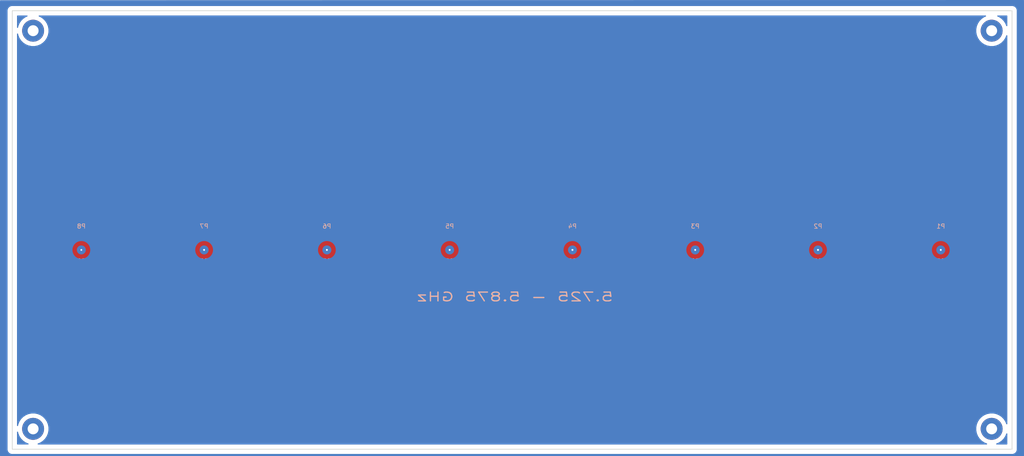
<source format=kicad_pcb>
(kicad_pcb (version 20171130) (host pcbnew 5.1.0)

  (general
    (thickness 1.6)
    (drawings 118)
    (tracks 15)
    (zones 0)
    (modules 4)
    (nets 1)
  )

  (page A4)
  (layers
    (0 F.Cu signal)
    (31 B.Cu signal)
    (32 B.Adhes user)
    (33 F.Adhes user)
    (34 B.Paste user)
    (35 F.Paste user)
    (36 B.SilkS user)
    (37 F.SilkS user)
    (38 B.Mask user)
    (39 F.Mask user)
    (40 Dwgs.User user)
    (41 Cmts.User user)
    (42 Eco1.User user)
    (43 Eco2.User user)
    (44 Edge.Cuts user)
    (45 Margin user)
    (46 B.CrtYd user)
    (47 F.CrtYd user)
  )

  (setup
    (last_trace_width 0.25)
    (trace_clearance 0.2)
    (zone_clearance 0.508)
    (zone_45_only no)
    (trace_min 0.2)
    (via_size 0.8)
    (via_drill 0.4)
    (via_min_size 0.4)
    (via_min_drill 0.3)
    (uvia_size 0.3)
    (uvia_drill 0.1)
    (uvias_allowed no)
    (uvia_min_size 0.2)
    (uvia_min_drill 0.1)
    (edge_width 0.05)
    (segment_width 0.2)
    (pcb_text_width 0.3)
    (pcb_text_size 1.5 1.5)
    (mod_edge_width 0.12)
    (mod_text_size 1 1)
    (mod_text_width 0.15)
    (pad_size 1.524 1.524)
    (pad_drill 0.762)
    (pad_to_mask_clearance 1)
    (solder_mask_min_width 0.25)
    (aux_axis_origin 0 0)
    (grid_origin 53.55 111.95)
    (visible_elements FFFFFF7F)
    (pcbplotparams
      (layerselection 0x010fc_ffffffff)
      (usegerberextensions false)
      (usegerberattributes false)
      (usegerberadvancedattributes false)
      (creategerberjobfile false)
      (excludeedgelayer true)
      (linewidth 0.100000)
      (plotframeref false)
      (viasonmask false)
      (mode 1)
      (useauxorigin false)
      (hpglpennumber 1)
      (hpglpenspeed 20)
      (hpglpendiameter 15.000000)
      (psnegative false)
      (psa4output false)
      (plotreference true)
      (plotvalue true)
      (plotinvisibletext false)
      (padsonsilk false)
      (subtractmaskfromsilk false)
      (outputformat 1)
      (mirror false)
      (drillshape 1)
      (scaleselection 1)
      (outputdirectory ""))
  )

  (net 0 "")

  (net_class Default "This is the default net class."
    (clearance 0.2)
    (trace_width 0.25)
    (via_dia 0.8)
    (via_drill 0.4)
    (uvia_dia 0.3)
    (uvia_drill 0.1)
  )

  (module MountingHole:MountingHole_2.5mm_Pad (layer F.Cu) (tedit 56D1B4CB) (tstamp 5CA5F684)
    (at 261.15 152.75)
    (descr "Mounting Hole 2.5mm")
    (tags "mounting hole 2.5mm")
    (attr virtual)
    (fp_text reference REF** (at 0 -3.5) (layer F.SilkS) hide
      (effects (font (size 1 1) (thickness 0.15)))
    )
    (fp_text value MountingHole_2.5mm_Pad (at 0 3.5) (layer F.Fab)
      (effects (font (size 1 1) (thickness 0.15)))
    )
    (fp_circle (center 0 0) (end 2.75 0) (layer F.CrtYd) (width 0.05))
    (fp_circle (center 0 0) (end 2.5 0) (layer Cmts.User) (width 0.15))
    (fp_text user %R (at 0.3 0) (layer F.Fab)
      (effects (font (size 1 1) (thickness 0.15)))
    )
    (pad 1 thru_hole circle (at 0 0) (size 5 5) (drill 2.5) (layers *.Cu *.Mask))
  )

  (module MountingHole:MountingHole_2.5mm_Pad (layer F.Cu) (tedit 56D1B4CB) (tstamp 5CA5F676)
    (at 261.15 61.95)
    (descr "Mounting Hole 2.5mm")
    (tags "mounting hole 2.5mm")
    (attr virtual)
    (fp_text reference REF** (at 0 -3.5) (layer F.SilkS) hide
      (effects (font (size 1 1) (thickness 0.15)))
    )
    (fp_text value MountingHole_2.5mm_Pad (at 0 3.5) (layer F.Fab)
      (effects (font (size 1 1) (thickness 0.15)))
    )
    (fp_text user %R (at 0.3 0) (layer F.Fab)
      (effects (font (size 1 1) (thickness 0.15)))
    )
    (fp_circle (center 0 0) (end 2.5 0) (layer Cmts.User) (width 0.15))
    (fp_circle (center 0 0) (end 2.75 0) (layer F.CrtYd) (width 0.05))
    (pad 1 thru_hole circle (at 0 0) (size 5 5) (drill 2.5) (layers *.Cu *.Mask))
  )

  (module MountingHole:MountingHole_2.5mm_Pad (layer F.Cu) (tedit 56D1B4CB) (tstamp 5CA5F658)
    (at 42.55 152.75)
    (descr "Mounting Hole 2.5mm")
    (tags "mounting hole 2.5mm")
    (attr virtual)
    (fp_text reference REF** (at 0 -3.5) (layer F.SilkS) hide
      (effects (font (size 1 1) (thickness 0.15)))
    )
    (fp_text value MountingHole_2.5mm_Pad (at 0 3.5) (layer F.Fab)
      (effects (font (size 1 1) (thickness 0.15)))
    )
    (fp_text user %R (at 0.3 0) (layer F.Fab)
      (effects (font (size 1 1) (thickness 0.15)))
    )
    (fp_circle (center 0 0) (end 2.5 0) (layer Cmts.User) (width 0.15))
    (fp_circle (center 0 0) (end 2.75 0) (layer F.CrtYd) (width 0.05))
    (pad 1 thru_hole circle (at 0 0) (size 5 5) (drill 2.5) (layers *.Cu *.Mask))
  )

  (module MountingHole:MountingHole_2.5mm_Pad (layer F.Cu) (tedit 56D1B4CB) (tstamp 5CA5F64F)
    (at 42.55 61.95)
    (descr "Mounting Hole 2.5mm")
    (tags "mounting hole 2.5mm")
    (attr virtual)
    (fp_text reference REF** (at 0 -3.5) (layer F.SilkS) hide
      (effects (font (size 1 1) (thickness 0.15)))
    )
    (fp_text value MountingHole_2.5mm_Pad (at 0 3.5) (layer F.Fab)
      (effects (font (size 1 1) (thickness 0.15)))
    )
    (fp_circle (center 0 0) (end 2.75 0) (layer F.CrtYd) (width 0.05))
    (fp_circle (center 0 0) (end 2.5 0) (layer Cmts.User) (width 0.15))
    (fp_text user %R (at 0.3 0) (layer F.Fab)
      (effects (font (size 1 1) (thickness 0.15)))
    )
    (pad 1 thru_hole circle (at 0 0) (size 5 5) (drill 2.5) (layers *.Cu *.Mask))
  )

  (gr_text P8 (at 53.55 106.55) (layer B.SilkS) (tstamp 5CA5F70D)
    (effects (font (size 1 1) (thickness 0.15)) (justify mirror))
  )
  (gr_text P7 (at 81.55 106.55) (layer B.SilkS) (tstamp 5CA5F70A)
    (effects (font (size 1 1) (thickness 0.15)) (justify mirror))
  )
  (gr_text P6 (at 109.55 106.55) (layer B.SilkS) (tstamp 5CA5F707)
    (effects (font (size 1 1) (thickness 0.15)) (justify mirror))
  )
  (gr_text P5 (at 137.55 106.55) (layer B.SilkS) (tstamp 5CA5F704)
    (effects (font (size 1 1) (thickness 0.15)) (justify mirror))
  )
  (gr_text P4 (at 165.55 106.55) (layer B.SilkS) (tstamp 5CA5F6FF)
    (effects (font (size 1 1) (thickness 0.15)) (justify mirror))
  )
  (gr_text P3 (at 193.55 106.55) (layer B.SilkS) (tstamp 5CA5F6F7)
    (effects (font (size 1 1) (thickness 0.15)) (justify mirror))
  )
  (gr_text P2 (at 221.55 106.55) (layer B.SilkS) (tstamp 5CA5F6F1)
    (effects (font (size 1 1) (thickness 0.15)) (justify mirror))
  )
  (gr_text P1 (at 249.55 106.55) (layer B.SilkS)
    (effects (font (size 1 1) (thickness 0.15)) (justify mirror))
  )
  (gr_text "5.725 - 5.875 GHz" (at 152.45 122.65) (layer B.SilkS)
    (effects (font (size 2 3) (thickness 0.3)) (justify mirror))
  )
  (gr_line (start 265.8 157.4) (end 265.8 57.4) (layer Edge.Cuts) (width 0.15) (tstamp 5CA5A390))
  (gr_poly (pts (xy 237.041 114.78478) (xy 236.541 114.78478) (xy 236.541 100.08478) (xy 237.041 100.08478)) (layer F.Cu) (width 0) (tstamp 5CA5A08B))
  (gr_line (start 221.55 111.95) (end 221.55 111.95) (layer B.Mask) (width 2.45) (tstamp 5CA5A087))
  (gr_poly (pts (xy 234.641 114.78478) (xy 234.141 114.78478) (xy 234.141 100.08478) (xy 234.641 100.08478)) (layer F.Cu) (width 0) (tstamp 5CA5A082))
  (gr_poly (pts (xy 245.55 109.85) (xy 253.55 109.85) (xy 253.55 107.85) (xy 245.55 107.85)) (layer B.Mask) (width 0.1) (tstamp 5CA5A081))
  (gr_poly (pts (xy 207.741 114.78478) (xy 207.441 114.78478) (xy 207.441 114.28478) (xy 207.741 114.28478)) (layer F.Cu) (width 0) (tstamp 5CA5A07F))
  (gr_poly (pts (xy 208.541 100.58478) (xy 208.241 100.58478) (xy 208.241 100.08478) (xy 208.541 100.08478)) (layer F.Cu) (width 0) (tstamp 5CA5A07E))
  (gr_poly (pts (xy 245.55 116.05) (xy 253.55 116.05) (xy 253.55 114.05) (xy 245.55 114.05)) (layer B.Mask) (width 0.1) (tstamp 5CA5A07D))
  (gr_poly (pts (xy 236.541 100.58478) (xy 236.241 100.58478) (xy 236.241 100.08478) (xy 236.541 100.08478)) (layer F.Cu) (width 0) (tstamp 5CA5A078))
  (gr_poly (pts (xy 206.641 114.78478) (xy 206.141 114.78478) (xy 206.141 100.08478) (xy 206.641 100.08478)) (layer F.Cu) (width 0) (tstamp 5CA5A077))
  (gr_line (start 221.541 111.93478) (end 221.541 111.93478) (layer B.Mask) (width 1.1) (tstamp 5CA5A076))
  (gr_line (start 249.541 111.93478) (end 249.541 111.93478) (layer B.Mask) (width 1.1) (tstamp 5CA5A075))
  (gr_poly (pts (xy 217.55 109.85) (xy 225.55 109.85) (xy 225.55 107.85) (xy 217.55 107.85)) (layer B.Mask) (width 0.1) (tstamp 5CA5A073))
  (gr_poly (pts (xy 245.45 107.85) (xy 245.45 116.05) (xy 247.45 116.05) (xy 247.45 107.85)) (layer B.Mask) (width 0.1) (tstamp 5CA5A06E))
  (gr_poly (pts (xy 217.55 116.05) (xy 225.55 116.05) (xy 225.55 114.05) (xy 217.55 114.05)) (layer B.Mask) (width 0.1) (tstamp 5CA5A06C))
  (gr_line (start 249.55 111.95) (end 249.55 111.95) (layer B.Mask) (width 2.45) (tstamp 5CA5A06B))
  (gr_poly (pts (xy 206.941 100.58478) (xy 206.641 100.58478) (xy 206.641 100.08478) (xy 206.941 100.08478)) (layer F.Cu) (width 0) (tstamp 5CA5A067))
  (gr_poly (pts (xy 209.041 114.78478) (xy 208.541 114.78478) (xy 208.541 100.08478) (xy 209.041 100.08478)) (layer F.Cu) (width 0) (tstamp 5CA5A065))
  (gr_poly (pts (xy 235.741 114.78478) (xy 235.441 114.78478) (xy 235.441 114.28478) (xy 235.741 114.28478)) (layer F.Cu) (width 0) (tstamp 5CA5A063))
  (gr_poly (pts (xy 208.241 114.78478) (xy 207.741 114.78478) (xy 207.741 100.08478) (xy 208.241 100.08478)) (layer F.Cu) (width 0) (tstamp 5CA5A062))
  (gr_poly (pts (xy 251.65 107.85) (xy 251.7 116.05) (xy 253.7 116.05) (xy 253.65 107.85)) (layer B.Mask) (width 0.1) (tstamp 5CA5A05E))
  (gr_poly (pts (xy 235.441 114.78478) (xy 234.941 114.78478) (xy 234.941 100.08478) (xy 235.441 100.08478)) (layer F.Cu) (width 0) (tstamp 5CA5A05C))
  (gr_poly (pts (xy 223.65 107.85) (xy 223.7 116.05) (xy 225.7 116.05) (xy 225.65 107.85)) (layer B.Mask) (width 0.1) (tstamp 5CA5A05B))
  (gr_poly (pts (xy 207.441 114.78478) (xy 206.941 114.78478) (xy 206.941 100.08478) (xy 207.441 100.08478)) (layer F.Cu) (width 0) (tstamp 5CA5A05A))
  (gr_poly (pts (xy 217.45 107.85) (xy 217.45 116.05) (xy 219.45 116.05) (xy 219.45 107.85)) (layer B.Mask) (width 0.1) (tstamp 5CA5A053))
  (gr_poly (pts (xy 249.80913 80.98478) (xy 256.541 80.98478) (xy 256.541 93.88478) (xy 249.80913 93.88478) (xy 249.80913 100.98478) (xy 257.541 100.98478) (xy 257.541 113.88478) (xy 249.80913 113.88478) (xy 249.80913 120.98478) (xy 256.541 120.98478) (xy 256.541 133.88478) (xy 249.80913 133.88478) (xy 249.80913 140.98478) (xy 255.541 140.98478) (xy 255.541 153.88478) (xy 243.541 153.88478) (xy 243.541 140.98478) (xy 249.27288 140.98478) (xy 249.27288 133.88478) (xy 242.541 133.88478) (xy 242.541 120.98478) (xy 249.27288 120.98478) (xy 249.27288 113.88478) (xy 241.541 113.88478) (xy 241.541 100.98478) (xy 249.27288 100.98478) (xy 249.27288 93.88478) (xy 242.541 93.88478) (xy 242.541 80.98478) (xy 249.27288 80.98478) (xy 249.27288 73.88478) (xy 243.541 73.88478) (xy 243.541 60.98478) (xy 255.541 60.98478) (xy 255.541 73.88478) (xy 249.80913 73.88478)) (layer F.Cu) (width 0) (tstamp 5CA5A052))
  (gr_poly (pts (xy 236.241 114.78478) (xy 235.741 114.78478) (xy 235.741 100.08478) (xy 236.241 100.08478)) (layer F.Cu) (width 0) (tstamp 5CA5A04B))
  (gr_poly (pts (xy 221.80913 80.98478) (xy 228.541 80.98478) (xy 228.541 93.88478) (xy 221.80913 93.88478) (xy 221.80913 100.98478) (xy 229.541 100.98478) (xy 229.541 113.88478) (xy 221.80913 113.88478) (xy 221.80913 120.98478) (xy 228.541 120.98478) (xy 228.541 133.88478) (xy 221.80913 133.88478) (xy 221.80913 140.98478) (xy 227.541 140.98478) (xy 227.541 153.88478) (xy 215.541 153.88478) (xy 215.541 140.98478) (xy 221.27288 140.98478) (xy 221.27288 133.88478) (xy 214.541 133.88478) (xy 214.541 120.98478) (xy 221.27288 120.98478) (xy 221.27288 113.88478) (xy 213.541 113.88478) (xy 213.541 100.98478) (xy 221.27288 100.98478) (xy 221.27288 93.88478) (xy 214.541 93.88478) (xy 214.541 80.98478) (xy 221.27288 80.98478) (xy 221.27288 73.88478) (xy 215.541 73.88478) (xy 215.541 60.98478) (xy 227.541 60.98478) (xy 227.541 73.88478) (xy 221.80913 73.88478)) (layer F.Cu) (width 0) (tstamp 5CA5A049))
  (gr_poly (pts (xy 234.941 100.58478) (xy 234.641 100.58478) (xy 234.641 100.08478) (xy 234.941 100.08478)) (layer F.Cu) (width 0) (tstamp 5CA5A047))
  (gr_line (start 193.55 111.95) (end 193.55 111.95) (layer B.Mask) (width 2.45) (tstamp 5CA59FFB))
  (gr_poly (pts (xy 179.741 114.78478) (xy 179.441 114.78478) (xy 179.441 114.28478) (xy 179.741 114.28478)) (layer F.Cu) (width 0) (tstamp 5CA59FF9))
  (gr_poly (pts (xy 180.541 100.58478) (xy 180.241 100.58478) (xy 180.241 100.08478) (xy 180.541 100.08478)) (layer F.Cu) (width 0) (tstamp 5CA59FF8))
  (gr_poly (pts (xy 178.641 114.78478) (xy 178.141 114.78478) (xy 178.141 100.08478) (xy 178.641 100.08478)) (layer F.Cu) (width 0) (tstamp 5CA59FF7))
  (gr_line (start 193.541 111.93478) (end 193.541 111.93478) (layer B.Mask) (width 1.1) (tstamp 5CA59FF6))
  (gr_poly (pts (xy 189.55 109.85) (xy 197.55 109.85) (xy 197.55 107.85) (xy 189.55 107.85)) (layer B.Mask) (width 0.1) (tstamp 5CA59FF4))
  (gr_poly (pts (xy 189.55 116.05) (xy 197.55 116.05) (xy 197.55 114.05) (xy 189.55 114.05)) (layer B.Mask) (width 0.1) (tstamp 5CA59FEF))
  (gr_poly (pts (xy 178.941 100.58478) (xy 178.641 100.58478) (xy 178.641 100.08478) (xy 178.941 100.08478)) (layer F.Cu) (width 0) (tstamp 5CA59FEC))
  (gr_poly (pts (xy 181.041 114.78478) (xy 180.541 114.78478) (xy 180.541 100.08478) (xy 181.041 100.08478)) (layer F.Cu) (width 0) (tstamp 5CA59FEB))
  (gr_poly (pts (xy 180.241 114.78478) (xy 179.741 114.78478) (xy 179.741 100.08478) (xy 180.241 100.08478)) (layer F.Cu) (width 0) (tstamp 5CA59FEA))
  (gr_poly (pts (xy 195.65 107.85) (xy 195.7 116.05) (xy 197.7 116.05) (xy 197.65 107.85)) (layer B.Mask) (width 0.1) (tstamp 5CA59FE6))
  (gr_poly (pts (xy 179.441 114.78478) (xy 178.941 114.78478) (xy 178.941 100.08478) (xy 179.441 100.08478)) (layer F.Cu) (width 0) (tstamp 5CA59FE5))
  (gr_poly (pts (xy 189.45 107.85) (xy 189.45 116.05) (xy 191.45 116.05) (xy 191.45 107.85)) (layer B.Mask) (width 0.1) (tstamp 5CA59FE1))
  (gr_poly (pts (xy 193.80913 80.98478) (xy 200.541 80.98478) (xy 200.541 93.88478) (xy 193.80913 93.88478) (xy 193.80913 100.98478) (xy 201.541 100.98478) (xy 201.541 113.88478) (xy 193.80913 113.88478) (xy 193.80913 120.98478) (xy 200.541 120.98478) (xy 200.541 133.88478) (xy 193.80913 133.88478) (xy 193.80913 140.98478) (xy 199.541 140.98478) (xy 199.541 153.88478) (xy 187.541 153.88478) (xy 187.541 140.98478) (xy 193.27288 140.98478) (xy 193.27288 133.88478) (xy 186.541 133.88478) (xy 186.541 120.98478) (xy 193.27288 120.98478) (xy 193.27288 113.88478) (xy 185.541 113.88478) (xy 185.541 100.98478) (xy 193.27288 100.98478) (xy 193.27288 93.88478) (xy 186.541 93.88478) (xy 186.541 80.98478) (xy 193.27288 80.98478) (xy 193.27288 73.88478) (xy 187.541 73.88478) (xy 187.541 60.98478) (xy 199.541 60.98478) (xy 199.541 73.88478) (xy 193.80913 73.88478)) (layer F.Cu) (width 0) (tstamp 5CA59FDA))
  (gr_poly (pts (xy 150.641 114.78478) (xy 150.141 114.78478) (xy 150.141 100.08478) (xy 150.641 100.08478)) (layer F.Cu) (width 0) (tstamp 5CA59F8E))
  (gr_poly (pts (xy 153.041 114.78478) (xy 152.541 114.78478) (xy 152.541 100.08478) (xy 153.041 100.08478)) (layer F.Cu) (width 0) (tstamp 5CA59F8D))
  (gr_poly (pts (xy 161.55 109.85) (xy 169.55 109.85) (xy 169.55 107.85) (xy 161.55 107.85)) (layer B.Mask) (width 0.1) (tstamp 5CA59F8C))
  (gr_poly (pts (xy 161.45 107.85) (xy 161.45 116.05) (xy 163.45 116.05) (xy 163.45 107.85)) (layer B.Mask) (width 0.1) (tstamp 5CA59F80))
  (gr_poly (pts (xy 165.80913 80.98478) (xy 172.541 80.98478) (xy 172.541 93.88478) (xy 165.80913 93.88478) (xy 165.80913 100.98478) (xy 173.541 100.98478) (xy 173.541 113.88478) (xy 165.80913 113.88478) (xy 165.80913 120.98478) (xy 172.541 120.98478) (xy 172.541 133.88478) (xy 165.80913 133.88478) (xy 165.80913 140.98478) (xy 171.541 140.98478) (xy 171.541 153.88478) (xy 159.541 153.88478) (xy 159.541 140.98478) (xy 165.27288 140.98478) (xy 165.27288 133.88478) (xy 158.541 133.88478) (xy 158.541 120.98478) (xy 165.27288 120.98478) (xy 165.27288 113.88478) (xy 157.541 113.88478) (xy 157.541 100.98478) (xy 165.27288 100.98478) (xy 165.27288 93.88478) (xy 158.541 93.88478) (xy 158.541 80.98478) (xy 165.27288 80.98478) (xy 165.27288 73.88478) (xy 159.541 73.88478) (xy 159.541 60.98478) (xy 171.541 60.98478) (xy 171.541 73.88478) (xy 165.80913 73.88478)) (layer F.Cu) (width 0) (tstamp 5CA59F7F))
  (gr_poly (pts (xy 151.441 114.78478) (xy 150.941 114.78478) (xy 150.941 100.08478) (xy 151.441 100.08478)) (layer F.Cu) (width 0) (tstamp 5CA59F7E))
  (gr_line (start 165.55 111.95) (end 165.55 111.95) (layer B.Mask) (width 2.45) (tstamp 5CA59F79))
  (gr_poly (pts (xy 167.65 107.85) (xy 167.7 116.05) (xy 169.7 116.05) (xy 169.65 107.85)) (layer B.Mask) (width 0.1) (tstamp 5CA59F76))
  (gr_poly (pts (xy 152.241 114.78478) (xy 151.741 114.78478) (xy 151.741 100.08478) (xy 152.241 100.08478)) (layer F.Cu) (width 0) (tstamp 5CA59F75))
  (gr_poly (pts (xy 161.55 116.05) (xy 169.55 116.05) (xy 169.55 114.05) (xy 161.55 114.05)) (layer B.Mask) (width 0.1) (tstamp 5CA59F74))
  (gr_poly (pts (xy 150.941 100.58478) (xy 150.641 100.58478) (xy 150.641 100.08478) (xy 150.941 100.08478)) (layer F.Cu) (width 0) (tstamp 5CA59F70))
  (gr_poly (pts (xy 152.541 100.58478) (xy 152.241 100.58478) (xy 152.241 100.08478) (xy 152.541 100.08478)) (layer F.Cu) (width 0) (tstamp 5CA59F6F))
  (gr_poly (pts (xy 151.741 114.78478) (xy 151.441 114.78478) (xy 151.441 114.28478) (xy 151.741 114.28478)) (layer F.Cu) (width 0) (tstamp 5CA59F6E))
  (gr_line (start 165.541 111.93478) (end 165.541 111.93478) (layer B.Mask) (width 1.1) (tstamp 5CA59F6D))
  (gr_poly (pts (xy 125.041 114.78478) (xy 124.541 114.78478) (xy 124.541 100.08478) (xy 125.041 100.08478)) (layer F.Cu) (width 0) (tstamp 5CA59F21))
  (gr_poly (pts (xy 133.55 109.85) (xy 141.55 109.85) (xy 141.55 107.85) (xy 133.55 107.85)) (layer B.Mask) (width 0.1) (tstamp 5CA59F1B))
  (gr_poly (pts (xy 124.541 100.58478) (xy 124.241 100.58478) (xy 124.241 100.08478) (xy 124.541 100.08478)) (layer F.Cu) (width 0) (tstamp 5CA59F1A))
  (gr_poly (pts (xy 139.65 107.85) (xy 139.7 116.05) (xy 141.7 116.05) (xy 141.65 107.85)) (layer B.Mask) (width 0.1) (tstamp 5CA59F17))
  (gr_line (start 137.55 111.95) (end 137.55 111.95) (layer B.Mask) (width 2.45) (tstamp 5CA59F11))
  (gr_poly (pts (xy 133.55 116.05) (xy 141.55 116.05) (xy 141.55 114.05) (xy 133.55 114.05)) (layer B.Mask) (width 0.1) (tstamp 5CA59F10))
  (gr_poly (pts (xy 123.741 114.78478) (xy 123.441 114.78478) (xy 123.441 114.28478) (xy 123.741 114.28478)) (layer F.Cu) (width 0) (tstamp 5CA59F0D))
  (gr_poly (pts (xy 133.45 107.85) (xy 133.45 116.05) (xy 135.45 116.05) (xy 135.45 107.85)) (layer B.Mask) (width 0.1) (tstamp 5CA59F0A))
  (gr_poly (pts (xy 124.241 114.78478) (xy 123.741 114.78478) (xy 123.741 100.08478) (xy 124.241 100.08478)) (layer F.Cu) (width 0) (tstamp 5CA59F08))
  (gr_poly (pts (xy 137.80913 80.98478) (xy 144.541 80.98478) (xy 144.541 93.88478) (xy 137.80913 93.88478) (xy 137.80913 100.98478) (xy 145.541 100.98478) (xy 145.541 113.88478) (xy 137.80913 113.88478) (xy 137.80913 120.98478) (xy 144.541 120.98478) (xy 144.541 133.88478) (xy 137.80913 133.88478) (xy 137.80913 140.98478) (xy 143.541 140.98478) (xy 143.541 153.88478) (xy 131.541 153.88478) (xy 131.541 140.98478) (xy 137.27288 140.98478) (xy 137.27288 133.88478) (xy 130.541 133.88478) (xy 130.541 120.98478) (xy 137.27288 120.98478) (xy 137.27288 113.88478) (xy 129.541 113.88478) (xy 129.541 100.98478) (xy 137.27288 100.98478) (xy 137.27288 93.88478) (xy 130.541 93.88478) (xy 130.541 80.98478) (xy 137.27288 80.98478) (xy 137.27288 73.88478) (xy 131.541 73.88478) (xy 131.541 60.98478) (xy 143.541 60.98478) (xy 143.541 73.88478) (xy 137.80913 73.88478)) (layer F.Cu) (width 0) (tstamp 5CA59F05))
  (gr_poly (pts (xy 122.641 114.78478) (xy 122.141 114.78478) (xy 122.141 100.08478) (xy 122.641 100.08478)) (layer F.Cu) (width 0) (tstamp 5CA59F04))
  (gr_poly (pts (xy 123.441 114.78478) (xy 122.941 114.78478) (xy 122.941 100.08478) (xy 123.441 100.08478)) (layer F.Cu) (width 0) (tstamp 5CA59F03))
  (gr_line (start 137.541 111.93478) (end 137.541 111.93478) (layer B.Mask) (width 1.1) (tstamp 5CA59F00))
  (gr_poly (pts (xy 122.941 100.58478) (xy 122.641 100.58478) (xy 122.641 100.08478) (xy 122.941 100.08478)) (layer F.Cu) (width 0) (tstamp 5CA59EFF))
  (gr_line (start 109.541 111.93478) (end 109.541 111.93478) (layer B.Mask) (width 1.1) (tstamp 5CA59CD2))
  (gr_poly (pts (xy 94.641 114.78478) (xy 94.141 114.78478) (xy 94.141 100.08478) (xy 94.641 100.08478)) (layer F.Cu) (width 0) (tstamp 5CA59CC4))
  (gr_poly (pts (xy 95.441 114.78478) (xy 94.941 114.78478) (xy 94.941 100.08478) (xy 95.441 100.08478)) (layer F.Cu) (width 0) (tstamp 5CA59CC3))
  (gr_line (start 109.55 111.95) (end 109.55 111.95) (layer B.Mask) (width 2.45) (tstamp 5CA59CB8))
  (gr_poly (pts (xy 109.80913 80.98478) (xy 116.541 80.98478) (xy 116.541 93.88478) (xy 109.80913 93.88478) (xy 109.80913 100.98478) (xy 117.541 100.98478) (xy 117.541 113.88478) (xy 109.80913 113.88478) (xy 109.80913 120.98478) (xy 116.541 120.98478) (xy 116.541 133.88478) (xy 109.80913 133.88478) (xy 109.80913 140.98478) (xy 115.541 140.98478) (xy 115.541 153.88478) (xy 103.541 153.88478) (xy 103.541 140.98478) (xy 109.27288 140.98478) (xy 109.27288 133.88478) (xy 102.541 133.88478) (xy 102.541 120.98478) (xy 109.27288 120.98478) (xy 109.27288 113.88478) (xy 101.541 113.88478) (xy 101.541 100.98478) (xy 109.27288 100.98478) (xy 109.27288 93.88478) (xy 102.541 93.88478) (xy 102.541 80.98478) (xy 109.27288 80.98478) (xy 109.27288 73.88478) (xy 103.541 73.88478) (xy 103.541 60.98478) (xy 115.541 60.98478) (xy 115.541 73.88478) (xy 109.80913 73.88478)) (layer F.Cu) (width 0) (tstamp 5CA59CA1))
  (gr_poly (pts (xy 96.241 114.78478) (xy 95.741 114.78478) (xy 95.741 100.08478) (xy 96.241 100.08478)) (layer F.Cu) (width 0) (tstamp 5CA59C9B))
  (gr_poly (pts (xy 97.041 114.78478) (xy 96.541 114.78478) (xy 96.541 100.08478) (xy 97.041 100.08478)) (layer F.Cu) (width 0) (tstamp 5CA59C9A))
  (gr_poly (pts (xy 105.55 109.85) (xy 113.55 109.85) (xy 113.55 107.85) (xy 105.55 107.85)) (layer B.Mask) (width 0.1) (tstamp 5CA59C85))
  (gr_poly (pts (xy 95.741 114.78478) (xy 95.441 114.78478) (xy 95.441 114.28478) (xy 95.741 114.28478)) (layer F.Cu) (width 0) (tstamp 5CA59C78))
  (gr_poly (pts (xy 105.55 116.05) (xy 113.55 116.05) (xy 113.55 114.05) (xy 105.55 114.05)) (layer B.Mask) (width 0.1) (tstamp 5CA59C54))
  (gr_poly (pts (xy 94.941 100.58478) (xy 94.641 100.58478) (xy 94.641 100.08478) (xy 94.941 100.08478)) (layer F.Cu) (width 0) (tstamp 5CA59C1D))
  (gr_poly (pts (xy 96.541 100.58478) (xy 96.241 100.58478) (xy 96.241 100.08478) (xy 96.541 100.08478)) (layer F.Cu) (width 0) (tstamp 5CA59C1C))
  (gr_poly (pts (xy 105.45 107.85) (xy 105.45 116.05) (xy 107.45 116.05) (xy 107.45 107.85)) (layer B.Mask) (width 0.1) (tstamp 5CA59C13))
  (gr_poly (pts (xy 111.65 107.85) (xy 111.7 116.05) (xy 113.7 116.05) (xy 113.65 107.85)) (layer B.Mask) (width 0.1) (tstamp 5CA59C01))
  (gr_poly (pts (xy 77.55 116.05) (xy 85.55 116.05) (xy 85.55 114.05) (xy 77.55 114.05)) (layer B.Mask) (width 0.1) (tstamp 5CA59354))
  (gr_poly (pts (xy 83.65 107.85) (xy 83.7 116.05) (xy 85.7 116.05) (xy 85.65 107.85)) (layer B.Mask) (width 0.1) (tstamp 5CA59353))
  (gr_poly (pts (xy 77.55 109.85) (xy 85.55 109.85) (xy 85.55 107.85) (xy 77.55 107.85)) (layer B.Mask) (width 0.1) (tstamp 5CA59352))
  (gr_poly (pts (xy 77.45 107.85) (xy 77.45 116.05) (xy 79.45 116.05) (xy 79.45 107.85)) (layer B.Mask) (width 0.1) (tstamp 5CA59351))
  (gr_poly (pts (xy 49.55 116.05) (xy 57.55 116.05) (xy 57.55 114.05) (xy 49.55 114.05)) (layer B.Mask) (width 0.1) (tstamp 5CA59213))
  (gr_poly (pts (xy 49.55 109.85) (xy 57.55 109.85) (xy 57.55 107.85) (xy 49.55 107.85)) (layer B.Mask) (width 0.1) (tstamp 5CA591F1))
  (gr_poly (pts (xy 55.65 107.85) (xy 55.7 116.05) (xy 57.7 116.05) (xy 57.65 107.85)) (layer B.Mask) (width 0.1) (tstamp 5CA591AF))
  (gr_poly (pts (xy 49.45 107.85) (xy 49.45 116.05) (xy 51.45 116.05) (xy 51.45 107.85)) (layer B.Mask) (width 0.1))
  (gr_line (start 37.8 57.4) (end 37.8 57.4) (layer Edge.Cuts) (width 0.15))
  (gr_line (start 37.8 157.4) (end 37.8 57.4) (layer Edge.Cuts) (width 0.15))
  (gr_line (start 265.8 157.4) (end 37.8 157.4) (layer Edge.Cuts) (width 0.15))
  (gr_line (start 37.8 57.4) (end 265.8 57.4) (layer Edge.Cuts) (width 0.15))
  (gr_line (start 81.541 111.93478) (end 81.541 111.93478) (layer B.Mask) (width 1.1))
  (gr_line (start 81.55 111.95) (end 81.55 111.95) (layer B.Mask) (width 2.45))
  (gr_line (start 53.55 111.95) (end 53.55 111.95) (layer B.Mask) (width 2.45))
  (gr_poly (pts (xy 67.741 114.78478) (xy 67.441 114.78478) (xy 67.441 114.28478) (xy 67.741 114.28478)) (layer F.Cu) (width 0))
  (gr_poly (pts (xy 68.541 100.58478) (xy 68.241 100.58478) (xy 68.241 100.08478) (xy 68.541 100.08478)) (layer F.Cu) (width 0))
  (gr_poly (pts (xy 66.941 100.58478) (xy 66.641 100.58478) (xy 66.641 100.08478) (xy 66.941 100.08478)) (layer F.Cu) (width 0))
  (gr_poly (pts (xy 69.041 114.78478) (xy 68.541 114.78478) (xy 68.541 100.08478) (xy 69.041 100.08478)) (layer F.Cu) (width 0))
  (gr_poly (pts (xy 68.241 114.78478) (xy 67.741 114.78478) (xy 67.741 100.08478) (xy 68.241 100.08478)) (layer F.Cu) (width 0))
  (gr_poly (pts (xy 67.441 114.78478) (xy 66.941 114.78478) (xy 66.941 100.08478) (xy 67.441 100.08478)) (layer F.Cu) (width 0))
  (gr_poly (pts (xy 66.641 114.78478) (xy 66.141 114.78478) (xy 66.141 100.08478) (xy 66.641 100.08478)) (layer F.Cu) (width 0))
  (gr_poly (pts (xy 81.80913 80.98478) (xy 88.541 80.98478) (xy 88.541 93.88478) (xy 81.80913 93.88478) (xy 81.80913 100.98478) (xy 89.541 100.98478) (xy 89.541 113.88478) (xy 81.80913 113.88478) (xy 81.80913 120.98478) (xy 88.541 120.98478) (xy 88.541 133.88478) (xy 81.80913 133.88478) (xy 81.80913 140.98478) (xy 87.541 140.98478) (xy 87.541 153.88478) (xy 75.541 153.88478) (xy 75.541 140.98478) (xy 81.27288 140.98478) (xy 81.27288 133.88478) (xy 74.541 133.88478) (xy 74.541 120.98478) (xy 81.27288 120.98478) (xy 81.27288 113.88478) (xy 73.541 113.88478) (xy 73.541 100.98478) (xy 81.27288 100.98478) (xy 81.27288 93.88478) (xy 74.541 93.88478) (xy 74.541 80.98478) (xy 81.27288 80.98478) (xy 81.27288 73.88478) (xy 75.541 73.88478) (xy 75.541 60.98478) (xy 87.541 60.98478) (xy 87.541 73.88478) (xy 81.80913 73.88478)) (layer F.Cu) (width 0))
  (gr_poly (pts (xy 53.80913 80.98478) (xy 60.541 80.98478) (xy 60.541 93.88478) (xy 53.80913 93.88478) (xy 53.80913 100.98478) (xy 61.541 100.98478) (xy 61.541 113.88478) (xy 53.80913 113.88478) (xy 53.80913 120.98478) (xy 60.541 120.98478) (xy 60.541 133.88478) (xy 53.80913 133.88478) (xy 53.80913 140.98478) (xy 59.541 140.98478) (xy 59.541 153.88478) (xy 47.541 153.88478) (xy 47.541 140.98478) (xy 53.27288 140.98478) (xy 53.27288 133.88478) (xy 46.541 133.88478) (xy 46.541 120.98478) (xy 53.27288 120.98478) (xy 53.27288 113.88478) (xy 45.541 113.88478) (xy 45.541 100.98478) (xy 53.27288 100.98478) (xy 53.27288 93.88478) (xy 46.541 93.88478) (xy 46.541 80.98478) (xy 53.27288 80.98478) (xy 53.27288 73.88478) (xy 47.541 73.88478) (xy 47.541 60.98478) (xy 59.541 60.98478) (xy 59.541 73.88478) (xy 53.80913 73.88478)) (layer F.Cu) (width 0))

  (via (at 81.541 111.93478) (size 0.7) (layers F.Cu B.Cu) (net 0))
  (via (at 81.55 111.95) (size 2.05) (layers F.Cu B.Cu) (net 0))
  (via (at 53.55 111.95) (size 2.05) (layers F.Cu B.Cu) (net 0))
  (via (at 109.541 111.93478) (size 0.7) (layers F.Cu B.Cu) (net 0) (tstamp 5CA59C9E))
  (via (at 109.55 111.95) (size 2.05) (layers F.Cu B.Cu) (net 0) (tstamp 5CA59CCE))
  (via (at 137.541 111.93478) (size 0.7) (layers F.Cu B.Cu) (net 0) (tstamp 5CA59F02))
  (via (at 137.55 111.95) (size 2.05) (layers F.Cu B.Cu) (net 0) (tstamp 5CA59F1F))
  (via (at 165.55 111.95) (size 2.05) (layers F.Cu B.Cu) (net 0) (tstamp 5CA59F81))
  (via (at 165.541 111.93478) (size 0.7) (layers F.Cu B.Cu) (net 0) (tstamp 5CA59F89))
  (via (at 193.55 111.95) (size 2.05) (layers F.Cu B.Cu) (net 0) (tstamp 5CA59FD9))
  (via (at 193.541 111.93478) (size 0.7) (layers F.Cu B.Cu) (net 0) (tstamp 5CA59FE4))
  (via (at 249.541 111.93478) (size 0.7) (layers F.Cu B.Cu) (net 0) (tstamp 5CA5A045))
  (via (at 221.55 111.95) (size 2.05) (layers F.Cu B.Cu) (net 0) (tstamp 5CA5A048))
  (via (at 221.541 111.93478) (size 0.7) (layers F.Cu B.Cu) (net 0) (tstamp 5CA5A056))
  (via (at 249.55 111.95) (size 2.05) (layers F.Cu B.Cu) (net 0) (tstamp 5CA5A080))

  (zone (net 0) (net_name "") (layer B.Cu) (tstamp 0) (hatch edge 0.508)
    (connect_pads (clearance 1))
    (min_thickness 0.254)
    (fill yes (arc_segments 32) (thermal_gap 0.508) (thermal_bridge_width 0.508))
    (polygon
      (pts
        (xy 35 55) (xy 35 159) (xy 268.55 158.95) (xy 268.55 54.95)
      )
    )
    (filled_polygon
      (pts
        (xy 268.423 158.823027) (xy 35.127 158.872973) (xy 35.127 57.4) (xy 36.592185 57.4) (xy 36.598001 57.45905)
        (xy 36.598 157.34096) (xy 36.592185 157.4) (xy 36.615393 157.635633) (xy 36.684124 157.862211) (xy 36.795739 158.071026)
        (xy 36.945946 158.254054) (xy 37.128974 158.404261) (xy 37.337789 158.515876) (xy 37.564367 158.584607) (xy 37.8 158.607815)
        (xy 37.85904 158.602) (xy 265.74096 158.602) (xy 265.8 158.607815) (xy 265.85904 158.602) (xy 266.035633 158.584607)
        (xy 266.262211 158.515876) (xy 266.471026 158.404261) (xy 266.654054 158.254054) (xy 266.804261 158.071026) (xy 266.915876 157.862211)
        (xy 266.984607 157.635633) (xy 267.007815 157.4) (xy 267.002 157.34096) (xy 267.002 57.45904) (xy 267.007815 57.4)
        (xy 266.984607 57.164367) (xy 266.915876 56.937789) (xy 266.804261 56.728974) (xy 266.654054 56.545946) (xy 266.471026 56.395739)
        (xy 266.262211 56.284124) (xy 266.035633 56.215393) (xy 265.85904 56.198) (xy 265.8 56.192185) (xy 265.74096 56.198)
        (xy 37.85904 56.198) (xy 37.8 56.192185) (xy 37.74096 56.198) (xy 37.564367 56.215393) (xy 37.337789 56.284124)
        (xy 37.128974 56.395739) (xy 36.945946 56.545946) (xy 36.795739 56.728974) (xy 36.684124 56.937789) (xy 36.615393 57.164367)
        (xy 36.592185 57.4) (xy 35.127 57.4) (xy 35.127 55.126973) (xy 268.423 55.077027)
      )
    )
    (filled_polygon
      (pts
        (xy 264.598 156.198) (xy 262.303601 156.198) (xy 262.868029 155.964206) (xy 263.462078 155.567275) (xy 263.967275 155.062078)
        (xy 264.364206 154.468029) (xy 264.598 153.903601)
      )
    )
    (filled_polygon
      (pts
        (xy 39.062383 153.807957) (xy 39.335794 154.468029) (xy 39.732725 155.062078) (xy 40.237922 155.567275) (xy 40.831971 155.964206)
        (xy 41.396399 156.198) (xy 39.002 156.198) (xy 39.002 153.50439)
      )
    )
    (filled_polygon
      (pts
        (xy 259.431971 58.735794) (xy 258.837922 59.132725) (xy 258.332725 59.637922) (xy 257.935794 60.231971) (xy 257.662383 60.892043)
        (xy 257.523 61.592772) (xy 257.523 62.307228) (xy 257.662383 63.007957) (xy 257.935794 63.668029) (xy 258.332725 64.262078)
        (xy 258.837922 64.767275) (xy 259.431971 65.164206) (xy 260.092043 65.437617) (xy 260.792772 65.577) (xy 261.507228 65.577)
        (xy 262.207957 65.437617) (xy 262.868029 65.164206) (xy 263.462078 64.767275) (xy 263.967275 64.262078) (xy 264.364206 63.668029)
        (xy 264.598001 63.103599) (xy 264.598 151.596399) (xy 264.364206 151.031971) (xy 263.967275 150.437922) (xy 263.462078 149.932725)
        (xy 262.868029 149.535794) (xy 262.207957 149.262383) (xy 261.507228 149.123) (xy 260.792772 149.123) (xy 260.092043 149.262383)
        (xy 259.431971 149.535794) (xy 258.837922 149.932725) (xy 258.332725 150.437922) (xy 257.935794 151.031971) (xy 257.662383 151.692043)
        (xy 257.523 152.392772) (xy 257.523 153.107228) (xy 257.662383 153.807957) (xy 257.935794 154.468029) (xy 258.332725 155.062078)
        (xy 258.837922 155.567275) (xy 259.431971 155.964206) (xy 259.996399 156.198) (xy 43.703601 156.198) (xy 44.268029 155.964206)
        (xy 44.862078 155.567275) (xy 45.367275 155.062078) (xy 45.764206 154.468029) (xy 46.037617 153.807957) (xy 46.177 153.107228)
        (xy 46.177 152.392772) (xy 46.037617 151.692043) (xy 45.764206 151.031971) (xy 45.367275 150.437922) (xy 44.862078 149.932725)
        (xy 44.268029 149.535794) (xy 43.607957 149.262383) (xy 42.907228 149.123) (xy 42.192772 149.123) (xy 41.492043 149.262383)
        (xy 40.831971 149.535794) (xy 40.237922 149.932725) (xy 39.732725 150.437922) (xy 39.335794 151.031971) (xy 39.062383 151.692043)
        (xy 39.002 151.99561) (xy 39.002 111.738046) (xy 51.398 111.738046) (xy 51.398 112.161954) (xy 51.4807 112.577715)
        (xy 51.642922 112.969354) (xy 51.878432 113.32182) (xy 52.17818 113.621568) (xy 52.530646 113.857078) (xy 52.922285 114.0193)
        (xy 53.338046 114.102) (xy 53.761954 114.102) (xy 54.177715 114.0193) (xy 54.569354 113.857078) (xy 54.92182 113.621568)
        (xy 55.221568 113.32182) (xy 55.457078 112.969354) (xy 55.6193 112.577715) (xy 55.702 112.161954) (xy 55.702 111.738046)
        (xy 79.398 111.738046) (xy 79.398 112.161954) (xy 79.4807 112.577715) (xy 79.642922 112.969354) (xy 79.878432 113.32182)
        (xy 80.17818 113.621568) (xy 80.530646 113.857078) (xy 80.922285 114.0193) (xy 81.338046 114.102) (xy 81.761954 114.102)
        (xy 82.177715 114.0193) (xy 82.569354 113.857078) (xy 82.92182 113.621568) (xy 83.221568 113.32182) (xy 83.457078 112.969354)
        (xy 83.6193 112.577715) (xy 83.702 112.161954) (xy 83.702 111.738046) (xy 107.398 111.738046) (xy 107.398 112.161954)
        (xy 107.4807 112.577715) (xy 107.642922 112.969354) (xy 107.878432 113.32182) (xy 108.17818 113.621568) (xy 108.530646 113.857078)
        (xy 108.922285 114.0193) (xy 109.338046 114.102) (xy 109.761954 114.102) (xy 110.177715 114.0193) (xy 110.569354 113.857078)
        (xy 110.92182 113.621568) (xy 111.221568 113.32182) (xy 111.457078 112.969354) (xy 111.6193 112.577715) (xy 111.702 112.161954)
        (xy 111.702 111.738046) (xy 135.398 111.738046) (xy 135.398 112.161954) (xy 135.4807 112.577715) (xy 135.642922 112.969354)
        (xy 135.878432 113.32182) (xy 136.17818 113.621568) (xy 136.530646 113.857078) (xy 136.922285 114.0193) (xy 137.338046 114.102)
        (xy 137.761954 114.102) (xy 138.177715 114.0193) (xy 138.569354 113.857078) (xy 138.92182 113.621568) (xy 139.221568 113.32182)
        (xy 139.457078 112.969354) (xy 139.6193 112.577715) (xy 139.702 112.161954) (xy 139.702 111.738046) (xy 163.398 111.738046)
        (xy 163.398 112.161954) (xy 163.4807 112.577715) (xy 163.642922 112.969354) (xy 163.878432 113.32182) (xy 164.17818 113.621568)
        (xy 164.530646 113.857078) (xy 164.922285 114.0193) (xy 165.338046 114.102) (xy 165.761954 114.102) (xy 166.177715 114.0193)
        (xy 166.569354 113.857078) (xy 166.92182 113.621568) (xy 167.221568 113.32182) (xy 167.457078 112.969354) (xy 167.6193 112.577715)
        (xy 167.702 112.161954) (xy 167.702 111.738046) (xy 191.398 111.738046) (xy 191.398 112.161954) (xy 191.4807 112.577715)
        (xy 191.642922 112.969354) (xy 191.878432 113.32182) (xy 192.17818 113.621568) (xy 192.530646 113.857078) (xy 192.922285 114.0193)
        (xy 193.338046 114.102) (xy 193.761954 114.102) (xy 194.177715 114.0193) (xy 194.569354 113.857078) (xy 194.92182 113.621568)
        (xy 195.221568 113.32182) (xy 195.457078 112.969354) (xy 195.6193 112.577715) (xy 195.702 112.161954) (xy 195.702 111.738046)
        (xy 219.398 111.738046) (xy 219.398 112.161954) (xy 219.4807 112.577715) (xy 219.642922 112.969354) (xy 219.878432 113.32182)
        (xy 220.17818 113.621568) (xy 220.530646 113.857078) (xy 220.922285 114.0193) (xy 221.338046 114.102) (xy 221.761954 114.102)
        (xy 222.177715 114.0193) (xy 222.569354 113.857078) (xy 222.92182 113.621568) (xy 223.221568 113.32182) (xy 223.457078 112.969354)
        (xy 223.6193 112.577715) (xy 223.702 112.161954) (xy 223.702 111.738046) (xy 247.398 111.738046) (xy 247.398 112.161954)
        (xy 247.4807 112.577715) (xy 247.642922 112.969354) (xy 247.878432 113.32182) (xy 248.17818 113.621568) (xy 248.530646 113.857078)
        (xy 248.922285 114.0193) (xy 249.338046 114.102) (xy 249.761954 114.102) (xy 250.177715 114.0193) (xy 250.569354 113.857078)
        (xy 250.92182 113.621568) (xy 251.221568 113.32182) (xy 251.457078 112.969354) (xy 251.6193 112.577715) (xy 251.702 112.161954)
        (xy 251.702 111.738046) (xy 251.6193 111.322285) (xy 251.457078 110.930646) (xy 251.221568 110.57818) (xy 250.92182 110.278432)
        (xy 250.569354 110.042922) (xy 250.177715 109.8807) (xy 249.761954 109.798) (xy 249.338046 109.798) (xy 248.922285 109.8807)
        (xy 248.530646 110.042922) (xy 248.17818 110.278432) (xy 247.878432 110.57818) (xy 247.642922 110.930646) (xy 247.4807 111.322285)
        (xy 247.398 111.738046) (xy 223.702 111.738046) (xy 223.6193 111.322285) (xy 223.457078 110.930646) (xy 223.221568 110.57818)
        (xy 222.92182 110.278432) (xy 222.569354 110.042922) (xy 222.177715 109.8807) (xy 221.761954 109.798) (xy 221.338046 109.798)
        (xy 220.922285 109.8807) (xy 220.530646 110.042922) (xy 220.17818 110.278432) (xy 219.878432 110.57818) (xy 219.642922 110.930646)
        (xy 219.4807 111.322285) (xy 219.398 111.738046) (xy 195.702 111.738046) (xy 195.6193 111.322285) (xy 195.457078 110.930646)
        (xy 195.221568 110.57818) (xy 194.92182 110.278432) (xy 194.569354 110.042922) (xy 194.177715 109.8807) (xy 193.761954 109.798)
        (xy 193.338046 109.798) (xy 192.922285 109.8807) (xy 192.530646 110.042922) (xy 192.17818 110.278432) (xy 191.878432 110.57818)
        (xy 191.642922 110.930646) (xy 191.4807 111.322285) (xy 191.398 111.738046) (xy 167.702 111.738046) (xy 167.6193 111.322285)
        (xy 167.457078 110.930646) (xy 167.221568 110.57818) (xy 166.92182 110.278432) (xy 166.569354 110.042922) (xy 166.177715 109.8807)
        (xy 165.761954 109.798) (xy 165.338046 109.798) (xy 164.922285 109.8807) (xy 164.530646 110.042922) (xy 164.17818 110.278432)
        (xy 163.878432 110.57818) (xy 163.642922 110.930646) (xy 163.4807 111.322285) (xy 163.398 111.738046) (xy 139.702 111.738046)
        (xy 139.6193 111.322285) (xy 139.457078 110.930646) (xy 139.221568 110.57818) (xy 138.92182 110.278432) (xy 138.569354 110.042922)
        (xy 138.177715 109.8807) (xy 137.761954 109.798) (xy 137.338046 109.798) (xy 136.922285 109.8807) (xy 136.530646 110.042922)
        (xy 136.17818 110.278432) (xy 135.878432 110.57818) (xy 135.642922 110.930646) (xy 135.4807 111.322285) (xy 135.398 111.738046)
        (xy 111.702 111.738046) (xy 111.6193 111.322285) (xy 111.457078 110.930646) (xy 111.221568 110.57818) (xy 110.92182 110.278432)
        (xy 110.569354 110.042922) (xy 110.177715 109.8807) (xy 109.761954 109.798) (xy 109.338046 109.798) (xy 108.922285 109.8807)
        (xy 108.530646 110.042922) (xy 108.17818 110.278432) (xy 107.878432 110.57818) (xy 107.642922 110.930646) (xy 107.4807 111.322285)
        (xy 107.398 111.738046) (xy 83.702 111.738046) (xy 83.6193 111.322285) (xy 83.457078 110.930646) (xy 83.221568 110.57818)
        (xy 82.92182 110.278432) (xy 82.569354 110.042922) (xy 82.177715 109.8807) (xy 81.761954 109.798) (xy 81.338046 109.798)
        (xy 80.922285 109.8807) (xy 80.530646 110.042922) (xy 80.17818 110.278432) (xy 79.878432 110.57818) (xy 79.642922 110.930646)
        (xy 79.4807 111.322285) (xy 79.398 111.738046) (xy 55.702 111.738046) (xy 55.6193 111.322285) (xy 55.457078 110.930646)
        (xy 55.221568 110.57818) (xy 54.92182 110.278432) (xy 54.569354 110.042922) (xy 54.177715 109.8807) (xy 53.761954 109.798)
        (xy 53.338046 109.798) (xy 52.922285 109.8807) (xy 52.530646 110.042922) (xy 52.17818 110.278432) (xy 51.878432 110.57818)
        (xy 51.642922 110.930646) (xy 51.4807 111.322285) (xy 51.398 111.738046) (xy 39.002 111.738046) (xy 39.002 62.70439)
        (xy 39.062383 63.007957) (xy 39.335794 63.668029) (xy 39.732725 64.262078) (xy 40.237922 64.767275) (xy 40.831971 65.164206)
        (xy 41.492043 65.437617) (xy 42.192772 65.577) (xy 42.907228 65.577) (xy 43.607957 65.437617) (xy 44.268029 65.164206)
        (xy 44.862078 64.767275) (xy 45.367275 64.262078) (xy 45.764206 63.668029) (xy 46.037617 63.007957) (xy 46.177 62.307228)
        (xy 46.177 61.592772) (xy 46.037617 60.892043) (xy 45.764206 60.231971) (xy 45.367275 59.637922) (xy 44.862078 59.132725)
        (xy 44.268029 58.735794) (xy 43.945022 58.602) (xy 259.754978 58.602)
      )
    )
    (filled_polygon
      (pts
        (xy 40.831971 58.735794) (xy 40.237922 59.132725) (xy 39.732725 59.637922) (xy 39.335794 60.231971) (xy 39.062383 60.892043)
        (xy 39.002 61.19561) (xy 39.002 58.602) (xy 41.154978 58.602)
      )
    )
    (filled_polygon
      (pts
        (xy 264.598001 60.796402) (xy 264.364206 60.231971) (xy 263.967275 59.637922) (xy 263.462078 59.132725) (xy 262.868029 58.735794)
        (xy 262.545022 58.602) (xy 264.598001 58.602)
      )
    )
  )
)

</source>
